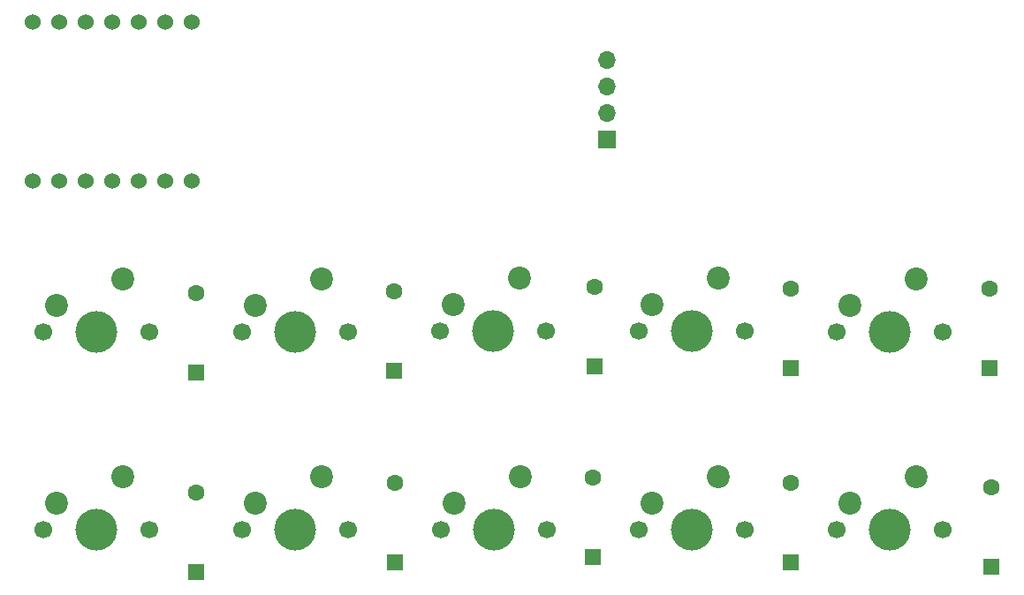
<source format=gbr>
%TF.GenerationSoftware,KiCad,Pcbnew,9.0.2*%
%TF.CreationDate,2025-07-08T09:46:19+02:00*%
%TF.ProjectId,Tastatur,54617374-6174-4757-922e-6b696361645f,rev?*%
%TF.SameCoordinates,Original*%
%TF.FileFunction,Soldermask,Bot*%
%TF.FilePolarity,Negative*%
%FSLAX46Y46*%
G04 Gerber Fmt 4.6, Leading zero omitted, Abs format (unit mm)*
G04 Created by KiCad (PCBNEW 9.0.2) date 2025-07-08 09:46:19*
%MOMM*%
%LPD*%
G01*
G04 APERTURE LIST*
G04 Aperture macros list*
%AMRoundRect*
0 Rectangle with rounded corners*
0 $1 Rounding radius*
0 $2 $3 $4 $5 $6 $7 $8 $9 X,Y pos of 4 corners*
0 Add a 4 corners polygon primitive as box body*
4,1,4,$2,$3,$4,$5,$6,$7,$8,$9,$2,$3,0*
0 Add four circle primitives for the rounded corners*
1,1,$1+$1,$2,$3*
1,1,$1+$1,$4,$5*
1,1,$1+$1,$6,$7*
1,1,$1+$1,$8,$9*
0 Add four rect primitives between the rounded corners*
20,1,$1+$1,$2,$3,$4,$5,0*
20,1,$1+$1,$4,$5,$6,$7,0*
20,1,$1+$1,$6,$7,$8,$9,0*
20,1,$1+$1,$8,$9,$2,$3,0*%
G04 Aperture macros list end*
%ADD10C,1.700000*%
%ADD11C,4.000000*%
%ADD12C,2.200000*%
%ADD13C,1.524000*%
%ADD14RoundRect,0.250000X0.550000X-0.550000X0.550000X0.550000X-0.550000X0.550000X-0.550000X-0.550000X0*%
%ADD15C,1.600000*%
%ADD16R,1.700000X1.700000*%
%ADD17O,1.700000X1.700000*%
G04 APERTURE END LIST*
D10*
%TO.C,SW5*%
X92380000Y-62080000D03*
D11*
X97460000Y-62080000D03*
D10*
X102540000Y-62080000D03*
D12*
X100000000Y-57000000D03*
X93650000Y-59540000D03*
%TD*%
D13*
%TO.C,U1*%
X53300000Y-47620000D03*
X55840000Y-47620000D03*
X58380000Y-47620000D03*
X60920000Y-47620000D03*
X63460000Y-47620000D03*
X66000000Y-47620000D03*
X68540000Y-47620000D03*
X68540000Y-32380000D03*
X66000000Y-32380000D03*
X63460000Y-32380000D03*
X60920000Y-32380000D03*
X58380000Y-32380000D03*
X55840000Y-32380000D03*
X53300000Y-32380000D03*
%TD*%
D14*
%TO.C,D11*%
X145210000Y-84680000D03*
D15*
X145210000Y-77060000D03*
%TD*%
D14*
%TO.C,D2*%
X68960000Y-65990000D03*
D15*
X68960000Y-58370000D03*
%TD*%
D10*
%TO.C,SW1*%
X54380000Y-62120000D03*
D11*
X59460000Y-62120000D03*
D10*
X64540000Y-62120000D03*
D12*
X62000000Y-57040000D03*
X55650000Y-59580000D03*
%TD*%
D16*
%TO.C,J1*%
X108385000Y-43695000D03*
D17*
X108385000Y-41155000D03*
X108385000Y-38615000D03*
X108385000Y-36075000D03*
%TD*%
D10*
%TO.C,SW7*%
X92420000Y-81120000D03*
D11*
X97500000Y-81120000D03*
D10*
X102580000Y-81120000D03*
D12*
X100040000Y-76040000D03*
X93690000Y-78580000D03*
%TD*%
D14*
%TO.C,D7*%
X126000000Y-65620000D03*
D15*
X126000000Y-58000000D03*
%TD*%
D14*
%TO.C,D9*%
X126000000Y-84240000D03*
D15*
X126000000Y-76620000D03*
%TD*%
D10*
%TO.C,SW2*%
X73380000Y-62120000D03*
D11*
X78460000Y-62120000D03*
D10*
X83540000Y-62120000D03*
D12*
X81000000Y-57040000D03*
X74650000Y-59580000D03*
%TD*%
D10*
%TO.C,SW9*%
X130420000Y-62120000D03*
D11*
X135500000Y-62120000D03*
D10*
X140580000Y-62120000D03*
D12*
X138040000Y-57040000D03*
X131690000Y-59580000D03*
%TD*%
D10*
%TO.C,SW4*%
X73380000Y-81080000D03*
D11*
X78460000Y-81080000D03*
D10*
X83540000Y-81080000D03*
D12*
X81000000Y-76000000D03*
X74650000Y-78540000D03*
%TD*%
D10*
%TO.C,SW6*%
X111420000Y-62060000D03*
D11*
X116500000Y-62060000D03*
D10*
X121580000Y-62060000D03*
D12*
X119040000Y-56980000D03*
X112690000Y-59520000D03*
%TD*%
D10*
%TO.C,SW3*%
X54380000Y-81080000D03*
D11*
X59460000Y-81080000D03*
D10*
X64540000Y-81080000D03*
D12*
X62000000Y-76000000D03*
X55650000Y-78540000D03*
%TD*%
D10*
%TO.C,SW8*%
X111420000Y-81120000D03*
D11*
X116500000Y-81120000D03*
D10*
X121580000Y-81120000D03*
D12*
X119040000Y-76040000D03*
X112690000Y-78580000D03*
%TD*%
D14*
%TO.C,D8*%
X107000000Y-83740000D03*
D15*
X107000000Y-76120000D03*
%TD*%
D10*
%TO.C,SW10*%
X130380000Y-81120000D03*
D11*
X135460000Y-81120000D03*
D10*
X140540000Y-81120000D03*
D12*
X138000000Y-76040000D03*
X131650000Y-78580000D03*
%TD*%
D14*
%TO.C,D5*%
X88040000Y-84200000D03*
D15*
X88040000Y-76580000D03*
%TD*%
D14*
%TO.C,D10*%
X145000000Y-65620000D03*
D15*
X145000000Y-58000000D03*
%TD*%
D14*
%TO.C,D4*%
X68960000Y-85200000D03*
D15*
X68960000Y-77580000D03*
%TD*%
D14*
%TO.C,D6*%
X107210000Y-65450000D03*
D15*
X107210000Y-57830000D03*
%TD*%
D14*
%TO.C,D3*%
X87960000Y-65870000D03*
D15*
X87960000Y-58250000D03*
%TD*%
M02*

</source>
